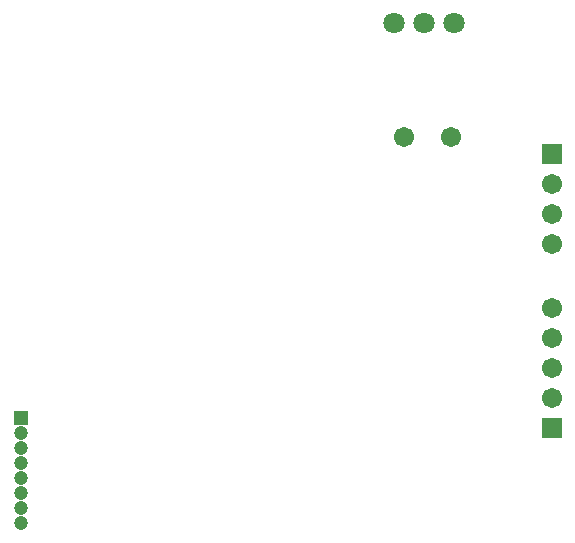
<source format=gbs>
G04*
G04 #@! TF.GenerationSoftware,Altium Limited,Altium Designer,22.8.2 (66)*
G04*
G04 Layer_Color=16711935*
%FSLAX25Y25*%
%MOIN*%
G70*
G04*
G04 #@! TF.SameCoordinates,353F7BBD-D662-4BEA-BAB2-8ECF1C4A7E15*
G04*
G04*
G04 #@! TF.FilePolarity,Negative*
G04*
G01*
G75*
%ADD42C,0.06706*%
%ADD43C,0.07099*%
%ADD44R,0.06706X0.06706*%
%ADD45C,0.04737*%
%ADD46R,0.04737X0.04737*%
D42*
X455752Y359500D02*
D03*
X471500D02*
D03*
X505000Y324000D02*
D03*
Y334000D02*
D03*
Y344000D02*
D03*
Y272500D02*
D03*
Y282500D02*
D03*
Y292500D02*
D03*
Y302500D02*
D03*
D43*
X452500Y397500D02*
D03*
X462500D02*
D03*
X472500D02*
D03*
D44*
X505000Y354000D02*
D03*
Y262500D02*
D03*
D45*
X328000Y231000D02*
D03*
Y236000D02*
D03*
Y241000D02*
D03*
Y246000D02*
D03*
Y251000D02*
D03*
Y256000D02*
D03*
Y261000D02*
D03*
D46*
Y266000D02*
D03*
M02*

</source>
